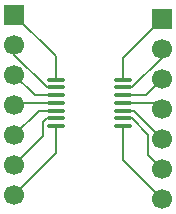
<source format=gbr>
%TF.GenerationSoftware,KiCad,Pcbnew,9.0.2*%
%TF.CreationDate,2025-05-30T20:37:56+08:00*%
%TF.ProjectId,magfire,6d616766-6972-4652-9e6b-696361645f70,rev?*%
%TF.SameCoordinates,Original*%
%TF.FileFunction,Copper,L1,Top*%
%TF.FilePolarity,Positive*%
%FSLAX46Y46*%
G04 Gerber Fmt 4.6, Leading zero omitted, Abs format (unit mm)*
G04 Created by KiCad (PCBNEW 9.0.2) date 2025-05-30 20:37:56*
%MOMM*%
%LPD*%
G01*
G04 APERTURE LIST*
G04 Aperture macros list*
%AMRoundRect*
0 Rectangle with rounded corners*
0 $1 Rounding radius*
0 $2 $3 $4 $5 $6 $7 $8 $9 X,Y pos of 4 corners*
0 Add a 4 corners polygon primitive as box body*
4,1,4,$2,$3,$4,$5,$6,$7,$8,$9,$2,$3,0*
0 Add four circle primitives for the rounded corners*
1,1,$1+$1,$2,$3*
1,1,$1+$1,$4,$5*
1,1,$1+$1,$6,$7*
1,1,$1+$1,$8,$9*
0 Add four rect primitives between the rounded corners*
20,1,$1+$1,$2,$3,$4,$5,0*
20,1,$1+$1,$4,$5,$6,$7,0*
20,1,$1+$1,$6,$7,$8,$9,0*
20,1,$1+$1,$8,$9,$2,$3,0*%
G04 Aperture macros list end*
%TA.AperFunction,SMDPad,CuDef*%
%ADD10RoundRect,0.100000X-0.637500X-0.100000X0.637500X-0.100000X0.637500X0.100000X-0.637500X0.100000X0*%
%TD*%
%TA.AperFunction,ComponentPad*%
%ADD11R,1.700000X1.700000*%
%TD*%
%TA.AperFunction,ComponentPad*%
%ADD12C,1.700000*%
%TD*%
%TA.AperFunction,Conductor*%
%ADD13C,0.200000*%
%TD*%
G04 APERTURE END LIST*
D10*
%TO.P,U1,1*%
%TO.N,Net-(J1-Pin_1)*%
X149500000Y-105000000D03*
%TO.P,U1,2*%
%TO.N,Net-(J1-Pin_2)*%
X149500000Y-105650000D03*
%TO.P,U1,3*%
%TO.N,Net-(J1-Pin_3)*%
X149500000Y-106300000D03*
%TO.P,U1,4*%
%TO.N,Net-(J1-Pin_4)*%
X149500000Y-106950000D03*
%TO.P,U1,5*%
%TO.N,Net-(J1-Pin_5)*%
X149500000Y-107600000D03*
%TO.P,U1,6*%
%TO.N,Net-(J1-Pin_6)*%
X149500000Y-108250000D03*
%TO.P,U1,7,GND*%
%TO.N,Net-(J1-Pin_7)*%
X149500000Y-108900000D03*
%TO.P,U1,8*%
%TO.N,Net-(J2-Pin_7)*%
X155225000Y-108900000D03*
%TO.P,U1,9*%
%TO.N,Net-(J2-Pin_6)*%
X155225000Y-108250000D03*
%TO.P,U1,10*%
%TO.N,Net-(J2-Pin_5)*%
X155225000Y-107600000D03*
%TO.P,U1,11*%
%TO.N,Net-(J2-Pin_4)*%
X155225000Y-106950000D03*
%TO.P,U1,12*%
%TO.N,Net-(J2-Pin_3)*%
X155225000Y-106300000D03*
%TO.P,U1,13*%
%TO.N,Net-(J2-Pin_2)*%
X155225000Y-105650000D03*
%TO.P,U1,14,VCC*%
%TO.N,Net-(J2-Pin_1)*%
X155225000Y-105000000D03*
%TD*%
D11*
%TO.P,J2,1,Pin_1*%
%TO.N,Net-(J2-Pin_1)*%
X158500000Y-99840000D03*
D12*
%TO.P,J2,2,Pin_2*%
%TO.N,Net-(J2-Pin_2)*%
X158500000Y-102380000D03*
%TO.P,J2,3,Pin_3*%
%TO.N,Net-(J2-Pin_3)*%
X158500000Y-104920000D03*
%TO.P,J2,4,Pin_4*%
%TO.N,Net-(J2-Pin_4)*%
X158500000Y-107460000D03*
%TO.P,J2,5,Pin_5*%
%TO.N,Net-(J2-Pin_5)*%
X158500000Y-110000000D03*
%TO.P,J2,6,Pin_6*%
%TO.N,Net-(J2-Pin_6)*%
X158500000Y-112540000D03*
%TO.P,J2,7,Pin_7*%
%TO.N,Net-(J2-Pin_7)*%
X158500000Y-115080000D03*
%TD*%
D11*
%TO.P,J1,1,Pin_1*%
%TO.N,Net-(J1-Pin_1)*%
X146000000Y-99500000D03*
D12*
%TO.P,J1,2,Pin_2*%
%TO.N,Net-(J1-Pin_2)*%
X146000000Y-102040000D03*
%TO.P,J1,3,Pin_3*%
%TO.N,Net-(J1-Pin_3)*%
X146000000Y-104580000D03*
%TO.P,J1,4,Pin_4*%
%TO.N,Net-(J1-Pin_4)*%
X146000000Y-107120000D03*
%TO.P,J1,5,Pin_5*%
%TO.N,Net-(J1-Pin_5)*%
X146000000Y-109660000D03*
%TO.P,J1,6,Pin_6*%
%TO.N,Net-(J1-Pin_6)*%
X146000000Y-112200000D03*
%TO.P,J1,7,Pin_7*%
%TO.N,Net-(J1-Pin_7)*%
X146000000Y-114740000D03*
%TD*%
D13*
%TO.N,Net-(J1-Pin_7)*%
X149500000Y-111240000D02*
X149500000Y-108900000D01*
X146000000Y-114740000D02*
X149500000Y-111240000D01*
%TO.N,Net-(J1-Pin_6)*%
X148762501Y-108250000D02*
X149500000Y-108250000D01*
X148461500Y-109738500D02*
X148461500Y-108551001D01*
X146000000Y-112200000D02*
X148461500Y-109738500D01*
X148461500Y-108551001D02*
X148762501Y-108250000D01*
%TO.N,Net-(J1-Pin_5)*%
X146000000Y-109660000D02*
X148060000Y-107600000D01*
X148060000Y-107600000D02*
X149500000Y-107600000D01*
%TO.N,Net-(J1-Pin_4)*%
X146170000Y-106950000D02*
X149500000Y-106950000D01*
X146000000Y-107120000D02*
X146170000Y-106950000D01*
%TO.N,Net-(J1-Pin_3)*%
X147720000Y-106300000D02*
X149500000Y-106300000D01*
X146000000Y-104580000D02*
X147720000Y-106300000D01*
%TO.N,Net-(J1-Pin_2)*%
X148762501Y-105650000D02*
X149500000Y-105650000D01*
X146000000Y-102887499D02*
X148762501Y-105650000D01*
X146000000Y-102040000D02*
X146000000Y-102887499D01*
%TO.N,Net-(J1-Pin_1)*%
X149500000Y-103000000D02*
X149500000Y-105000000D01*
X146000000Y-99500000D02*
X149500000Y-103000000D01*
%TO.N,Net-(J2-Pin_1)*%
X155225000Y-103115000D02*
X158500000Y-99840000D01*
X155225000Y-105000000D02*
X155225000Y-103115000D01*
%TO.N,Net-(J2-Pin_2)*%
X158500000Y-103112499D02*
X158500000Y-102380000D01*
X155962499Y-105650000D02*
X158500000Y-103112499D01*
X155225000Y-105650000D02*
X155962499Y-105650000D01*
%TO.N,Net-(J2-Pin_3)*%
X157120000Y-106300000D02*
X158500000Y-104920000D01*
X155225000Y-106300000D02*
X157120000Y-106300000D01*
%TO.N,Net-(J2-Pin_4)*%
X157990000Y-106950000D02*
X158500000Y-107460000D01*
X155225000Y-106950000D02*
X157990000Y-106950000D01*
%TO.N,Net-(J2-Pin_5)*%
X156100000Y-107600000D02*
X158500000Y-110000000D01*
X155225000Y-107600000D02*
X156100000Y-107600000D01*
%TO.N,Net-(J2-Pin_6)*%
X157349000Y-111389000D02*
X158500000Y-112540000D01*
X157349000Y-109636501D02*
X157349000Y-111389000D01*
X155962499Y-108250000D02*
X157349000Y-109636501D01*
X155225000Y-108250000D02*
X155962499Y-108250000D01*
%TO.N,Net-(J2-Pin_7)*%
X155225000Y-111805000D02*
X158500000Y-115080000D01*
X155225000Y-108900000D02*
X155225000Y-111805000D01*
%TD*%
M02*

</source>
